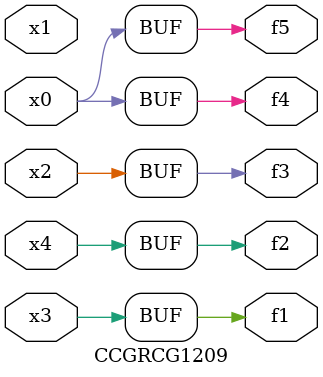
<source format=v>
module CCGRCG1209(
	input x0, x1, x2, x3, x4,
	output f1, f2, f3, f4, f5
);
	assign f1 = x3;
	assign f2 = x4;
	assign f3 = x2;
	assign f4 = x0;
	assign f5 = x0;
endmodule

</source>
